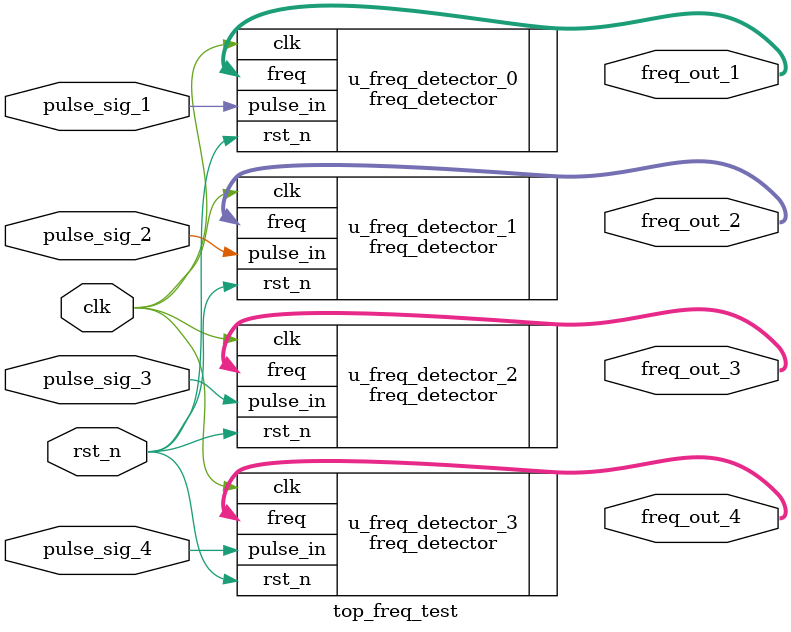
<source format=v>
/**************************************************************
@File    :   top_freq_system.v
@Time    :   2025/07/01 12:33:44
@Author  :   liyuanhao 
@EditTool:   VS Code 
@Font    :   UTF-8 
@Function:   顶层模块
**************************************************************/
module top_freq_test (
    input wire         clk        , // 20MHz 系统时钟
    input wire         rst_n      , // 低电平有效复位
    input wire         pulse_sig_1, // 脉冲接收引脚1
    input wire         pulse_sig_2, // 脉冲接收引脚2
    input wire         pulse_sig_3, // 脉冲接收引脚3
    input wire         pulse_sig_4, // 脉冲接收引脚4
    output wire [19:0] freq_out_1 , // 检测得到的频率1（单位：Hz）
    output wire [19:0] freq_out_2 , // 检测得到的频率2（单位：Hz）
    output wire [19:0] freq_out_3 , // 检测得到的频率3（单位：Hz）
    output wire [19:0] freq_out_4   // 检测得到的频率4（单位：Hz）
);

localparam CLK_FREQ = 20_000_000;  //时钟频率，20MHz

reg   [19:0] freq;

    freq_detector u_freq_detector_0(
        .clk      (clk          ),
        .rst_n    (rst_n        ),
        .pulse_in (pulse_sig_1  ),
        .freq     (freq_out_1   )
    );

    freq_detector u_freq_detector_1(
        .clk      (clk          ),
        .rst_n    (rst_n        ),
        .pulse_in (pulse_sig_2  ),
        .freq     (freq_out_2   )
    );

    freq_detector u_freq_detector_2(
        .clk      (clk          ),
        .rst_n    (rst_n        ),
        .pulse_in (pulse_sig_3 ),
        .freq     (freq_out_3   )
    );

    freq_detector u_freq_detector_3(
        .clk      (clk          ),
        .rst_n    (rst_n        ),
        .pulse_in (pulse_sig_4  ),
        .freq     (freq_out_4   )
    );

endmodule
</source>
